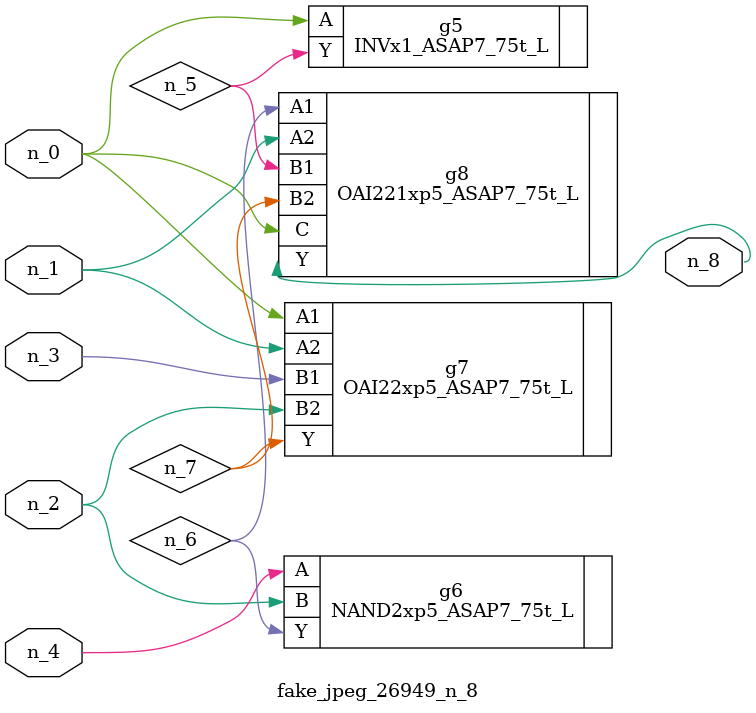
<source format=v>
module fake_jpeg_26949_n_8 (n_3, n_2, n_1, n_0, n_4, n_8);

input n_3;
input n_2;
input n_1;
input n_0;
input n_4;

output n_8;

wire n_6;
wire n_5;
wire n_7;

INVx1_ASAP7_75t_L g5 ( 
.A(n_0),
.Y(n_5)
);

NAND2xp5_ASAP7_75t_L g6 ( 
.A(n_4),
.B(n_2),
.Y(n_6)
);

OAI22xp5_ASAP7_75t_L g7 ( 
.A1(n_0),
.A2(n_1),
.B1(n_3),
.B2(n_2),
.Y(n_7)
);

OAI221xp5_ASAP7_75t_L g8 ( 
.A1(n_6),
.A2(n_1),
.B1(n_5),
.B2(n_7),
.C(n_0),
.Y(n_8)
);


endmodule
</source>
